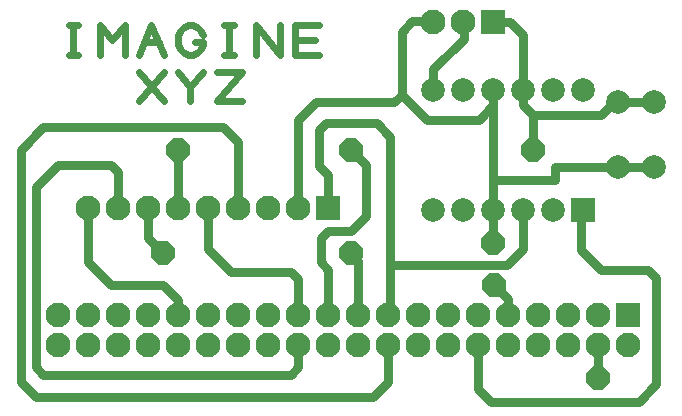
<source format=gbr>
G04 EasyPC Gerber Version 20.0.2 Build 4112 *
%FSLAX35Y35*%
%MOIN*%
%AMT28*0 Octagon Pad at angle 0*4,1,8,-0.01631,-0.03937,0.01631,-0.03937,0.03937,-0.01631,0.03937,0.01631,0.01631,0.03937,-0.01631,0.03937,-0.03937,0.01631,-0.03937,-0.01631,-0.01631,-0.03937,0*%
%ADD28T28*%
%ADD18R,0.07874X0.07874*%
%ADD71R,0.08268X0.08268*%
%ADD73C,0.02362*%
%ADD122C,0.02953*%
%ADD19C,0.07874*%
%ADD20C,0.08268*%
X0Y0D02*
D02*
D18*
X195600Y70600D03*
D02*
D19*
X145600D03*
Y110600D03*
X155600Y70600D03*
Y110600D03*
X165600Y70600D03*
Y110600D03*
X175600Y70600D03*
Y110600D03*
X185600Y70600D03*
Y110600D03*
X195600D03*
X207100Y84773D03*
Y106427D03*
X219100Y84773D03*
Y106427D03*
D02*
D71*
X110600Y71100D03*
X165600Y133100D03*
X210600Y35600D03*
D02*
D20*
X20600Y25600D03*
Y35600D03*
X30600Y25600D03*
Y35600D03*
Y71100D03*
X40600Y25600D03*
Y35600D03*
Y71100D03*
X50600Y25600D03*
Y35600D03*
Y71100D03*
X60600Y25600D03*
Y35600D03*
Y71100D03*
X70600Y25600D03*
Y35600D03*
Y71100D03*
X80600Y25600D03*
Y35600D03*
Y71100D03*
X90600Y25600D03*
Y35600D03*
Y71100D03*
X100600Y25600D03*
Y35600D03*
Y71100D03*
X110600Y25600D03*
Y35600D03*
X120600Y25600D03*
Y35600D03*
X130600Y25600D03*
Y35600D03*
X140600Y25600D03*
Y35600D03*
X145600Y133100D03*
X150600Y25600D03*
Y35600D03*
X155600Y133100D03*
X160600Y25600D03*
Y35600D03*
X170600Y25600D03*
Y35600D03*
X180600Y25600D03*
Y35600D03*
X190600Y25600D03*
Y35600D03*
X200600Y25600D03*
Y35600D03*
X210600Y25600D03*
D02*
D28*
X55600Y56100D03*
X60600Y90600D03*
X118100Y56100D03*
Y90600D03*
X165600Y59600D03*
X165850Y45600D03*
X178850Y90600D03*
X200600Y14350D03*
D02*
D73*
X24064Y122286D02*
X27312D01*
X25688D02*
Y132030D01*
X24064D02*
X27312D01*
X34620Y122286D02*
Y132030D01*
X38680Y127158*
X42740Y132030*
Y122286*
X47612D02*
X51672Y132030D01*
X55732Y122286*
X49236Y126346D02*
X54108D01*
X66288D02*
X68724D01*
Y125534*
X67912Y123910*
X67100Y123098*
X65476Y122286*
X63852*
X62228Y123098*
X61416Y123910*
X60604Y125534*
Y128782*
X61416Y130406*
X62228Y131218*
X63852Y132030*
X65476*
X67100Y131218*
X67912Y130406*
X68724Y128782*
X76032Y122286D02*
X79280D01*
X77656D02*
Y132030D01*
X76032D02*
X79280D01*
X86588Y122286D02*
Y132030D01*
X94708Y122286*
Y132030*
X99580Y122286D02*
Y132030D01*
X107700*
X106076Y127158D02*
X99580D01*
Y122286D02*
X107700D01*
X47612Y106696D02*
X55732Y116440D01*
X47612D02*
X55732Y106696D01*
X64664D02*
Y111568D01*
X60604Y116440*
X64664Y111568D02*
X68724Y116440D01*
X73596D02*
X81716D01*
X73596Y106696*
X81716*
D02*
D122*
X50600Y71100D02*
Y61100D01*
X55600Y56100*
X60600Y35600D02*
Y40600D01*
X55600Y45600*
X38100*
X30600Y53100*
Y71100*
X60600Y90600D02*
Y71100D01*
X100600Y25600D02*
Y18100D01*
X98100Y15600*
X15600*
X13100Y18100*
Y78100*
X20600Y85600*
X38100*
X40600Y83100*
Y71100*
X100600Y35600D02*
Y47350D01*
X98100Y49850*
X78100*
X70600Y57350*
Y71100*
X100600D02*
Y100350D01*
X106600Y106350*
X132600*
X135225Y108975*
X110600Y35600D02*
Y50600D01*
X108100Y53100*
Y61100*
X110600Y63600*
X118100*
X123100Y68600*
Y85600*
X118100Y90600*
X110600Y71100D02*
Y82100D01*
X107600Y85100*
Y97100*
X109850Y99350*
X126850*
X131350Y94850*
Y52100*
X118100Y56100D02*
X120600Y53600D01*
Y35600*
X130600Y25600D02*
Y13100D01*
X125600Y8100*
X13100*
X8100Y13100*
Y90600*
X15600Y98100*
X75600*
X80600Y93100*
Y71100*
X131350Y52100D02*
Y36350D01*
X130600Y35600*
X135225Y108975D02*
X135100Y109100D01*
Y129850*
X138600Y133350*
X145350*
X145600Y133100*
Y110600D02*
Y117350D01*
X155850Y127600*
Y132850*
X155600Y133100*
X160600Y25600D02*
Y10850D01*
X164850Y6600*
X214100*
X219850Y12350*
Y47850*
X217350Y50350*
X201600*
X194850Y57100*
Y69850*
X195600Y70600*
X165600Y59600D02*
Y70600D01*
Y80523*
Y110600*
Y105350*
X160850Y100600*
X143600*
X135225Y108975*
X170600Y35600D02*
Y40850D01*
X165850Y45600*
X175600Y70600D02*
Y57600D01*
X170100Y52100*
X131350*
X175600Y110600D02*
Y125350D01*
Y128850*
X171350Y133100*
X165600*
X178850Y90600D02*
Y102100D01*
X175600Y105350*
Y110600*
X200600Y25600D02*
Y14350D01*
X207100Y84773D02*
X186350D01*
Y80523*
X165600*
X207100Y84773D02*
X219100D01*
X207100Y106427D02*
X205927D01*
X201600Y102100*
X178850*
X219100Y106427D02*
X207100D01*
X0Y0D02*
M02*

</source>
